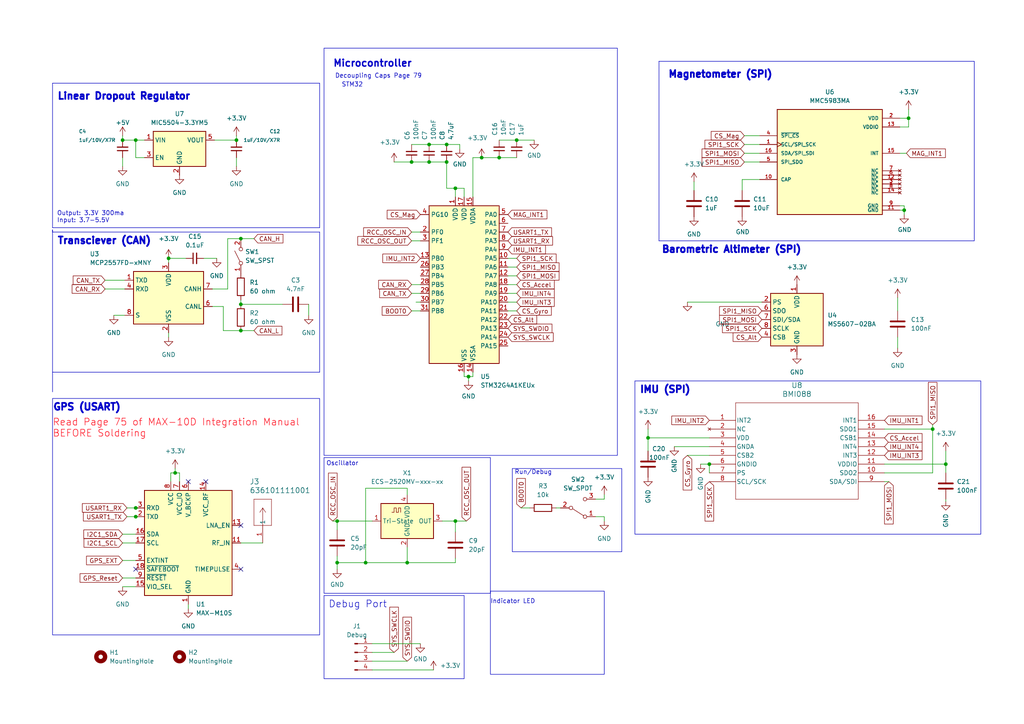
<source format=kicad_sch>
(kicad_sch (version 20230121) (generator eeschema)
  (paper "A4")
  (lib_symbols
    (symbol "+3.3V_1" (power) (pin_names (offset 0))
      (property "Value" "+3.3V_1" (at 0 3.556 0))
      (symbol "+3.3V_1_1_1"
        (pin power_in line (at 0 0 90) (length 0) hide (name "+3.3V") (number "1"))
      )
    )
    (symbol "+3.3V_2" (power) (pin_names (offset 0))
      (property "Value" "+3.3V_2" (at 0 3.556 0))
      (symbol "+3.3V_2_1_1"
        (pin power_in line (at 0 0 90) (length 0) hide (name "+3.3V") (number "1"))
      )
    )
    (symbol "BMI088_1" (pin_names (offset 0.254))
      (property "Reference" "U" (at 25.4 10.16 0))
      (property "Value" "BMI088" (at 25.4 7.62 0))
      (symbol "BMI088_1_0_1"
        (pin bidirectional line (at 0 0 0) (length 7.62) (name "INT2") (number "1"))
        (pin bidirectional line (at 50.8 -15.24 180) (length 7.62) (name "SDO2") (number "10"))
        (pin power_in line (at 50.8 -12.7 180) (length 7.62) (name "VDDIO") (number "11"))
        (pin bidirectional line (at 50.8 -10.16 180) (length 7.62) (name "INT3") (number "12"))
        (pin bidirectional line (at 50.8 -7.62 180) (length 7.62) (name "INT4") (number "13"))
        (pin bidirectional line (at 50.8 -5.08 180) (length 7.62) (name "CSB1") (number "14"))
        (pin bidirectional line (at 50.8 -2.54 180) (length 7.62) (name "SDO1") (number "15"))
        (pin bidirectional line (at 50.8 0 180) (length 7.62) (name "INT1") (number "16"))
        (pin no_connect line (at 0 -2.54 0) (length 7.62) (name "NC") (number "2"))
        (pin power_in line (at 0 -5.08 0) (length 7.62) (name "VDD") (number "3"))
        (pin power_out line (at 0 -7.62 0) (length 7.62) (name "GNDA") (number "4"))
        (pin bidirectional line (at 0 -10.16 0) (length 7.62) (name "CSB2") (number "5"))
        (pin power_out line (at 0 -12.7 0) (length 7.62) (name "GNDIO") (number "6"))
        (pin unspecified line (at 0 -15.24 0) (length 7.62) (name "PS") (number "7"))
        (pin unspecified line (at 0 -17.78 0) (length 7.62) (name "SCL/SCK") (number "8"))
        (pin unspecified line (at 50.8 -17.78 180) (length 7.62) (name "SDA/SDI") (number "9"))
      )
    )
    (symbol "Connector:Conn_01x04_Pin" (pin_names (offset 1.016) hide)
      (property "Reference" "J" (at 0 5.08 0))
      (property "Value" "Conn_01x04_Pin" (at 0 -7.62 0))
      (symbol "Conn_01x04_Pin_1_1"
        (pin passive line (at 5.08 2.54 180) (length 3.81) (name "Pin_1") (number "1"))
        (pin passive line (at 5.08 0 180) (length 3.81) (name "Pin_2") (number "2"))
        (pin passive line (at 5.08 -2.54 180) (length 3.81) (name "Pin_3") (number "3"))
        (pin passive line (at 5.08 -5.08 180) (length 3.81) (name "Pin_4") (number "4"))
      )
    )
    (symbol "Device:C" (pin_numbers hide) (pin_names (offset 0.254))
      (property "Reference" "C" (at 0.635 2.54 0))
      (property "Value" "C" (at 0.635 -2.54 0))
      (symbol "C_1_1"
        (pin passive line (at 0 3.81 270) (length 2.794) (name "~") (number "1"))
        (pin passive line (at 0 -3.81 90) (length 2.794) (name "~") (number "2"))
      )
    )
    (symbol "Device:C_Small" (pin_numbers hide) (pin_names (offset 0.254) hide)
      (property "Reference" "C" (at 0.254 1.778 0))
      (property "Value" "C_Small" (at 0.254 -2.032 0))
      (symbol "C_Small_1_1"
        (pin passive line (at 0 2.54 270) (length 2.032) (name "~") (number "1"))
        (pin passive line (at 0 -2.54 90) (length 2.032) (name "~") (number "2"))
      )
    )
    (symbol "Device:R" (pin_numbers hide) (pin_names (offset 0))
      (property "Reference" "R" (at 2.032 0 90))
      (property "Value" "R" (at 0 0 90))
      (symbol "R_1_1"
        (pin passive line (at 0 3.81 270) (length 1.27) (name "~") (number "1"))
        (pin passive line (at 0 -3.81 90) (length 1.27) (name "~") (number "2"))
      )
    )
    (symbol "GND_1" (power) (pin_names (offset 0))
      (property "Value" "GND_1" (at 0 -3.81 0))
      (symbol "GND_1_1_1"
        (pin power_in line (at 0 0 270) (length 0) hide (name "GND") (number "1"))
      )
    )
    (symbol "Interface_CAN_LIN:MCP2557FD-xMNY"
      (property "Reference" "U" (at -10.16 10.16 0))
      (property "Value" "MCP2557FD-xMNY" (at 2.54 10.16 0))
      (symbol "MCP2557FD-xMNY_1_1"
        (pin input line (at -12.7 5.08 0) (length 2.54) (name "TXD") (number "1"))
        (pin power_in line (at 0 -10.16 90) (length 2.54) (name "VSS") (number "2"))
        (pin power_in line (at 0 10.16 270) (length 2.54) (name "VDD") (number "3"))
        (pin output line (at -12.7 2.54 0) (length 2.54) (name "RXD") (number "4"))
        (pin no_connect line (at -10.16 -2.54 0) (length 2.54) hide (name "NC") (number "5"))
        (pin bidirectional line (at 12.7 -2.54 180) (length 2.54) (name "CANL") (number "6"))
        (pin bidirectional line (at 12.7 2.54 180) (length 2.54) (name "CANH") (number "7"))
        (pin input line (at -12.7 -5.08 0) (length 2.54) (name "S") (number "8"))
        (pin passive line (at 0 -10.16 90) (length 2.54) hide (name "VSS") (number "9"))
      )
    )
    (symbol "MCU_ST_STM32G4:STM32G4A1KEUx"
      (property "Reference" "U" (at -10.16 24.13 0))
      (property "Value" "STM32G4A1KEUx" (at 5.08 24.13 0))
      (symbol "STM32G4A1KEUx_1_1"
        (pin power_in line (at -2.54 25.4 270) (length 2.54) (name "VDD") (number "1"))
        (pin bidirectional line (at 12.7 7.62 180) (length 2.54) (name "PA5") (number "10"))
        (pin bidirectional line (at 12.7 5.08 180) (length 2.54) (name "PA6") (number "11"))
        (pin bidirectional line (at 12.7 2.54 180) (length 2.54) (name "PA7") (number "12"))
        (pin bidirectional line (at -12.7 7.62 0) (length 2.54) (name "PB0") (number "13"))
        (pin power_in line (at 2.54 -25.4 90) (length 2.54) (name "VSSA") (number "14"))
        (pin power_in line (at 2.54 25.4 270) (length 2.54) (name "VDDA") (number "15"))
        (pin power_in line (at 0 -25.4 90) (length 2.54) (name "VSS") (number "16"))
        (pin power_in line (at 0 25.4 270) (length 2.54) (name "VDD") (number "17"))
        (pin bidirectional line (at 12.7 0 180) (length 2.54) (name "PA8") (number "18"))
        (pin bidirectional line (at 12.7 -2.54 180) (length 2.54) (name "PA9") (number "19"))
        (pin bidirectional line (at -12.7 15.24 0) (length 2.54) (name "PF0") (number "2"))
        (pin bidirectional line (at 12.7 -5.08 180) (length 2.54) (name "PA10") (number "20"))
        (pin bidirectional line (at 12.7 -7.62 180) (length 2.54) (name "PA11") (number "21"))
        (pin bidirectional line (at 12.7 -10.16 180) (length 2.54) (name "PA12") (number "22"))
        (pin bidirectional line (at 12.7 -12.7 180) (length 2.54) (name "PA13") (number "23"))
        (pin bidirectional line (at 12.7 -15.24 180) (length 2.54) (name "PA14") (number "24"))
        (pin bidirectional line (at 12.7 -17.78 180) (length 2.54) (name "PA15") (number "25"))
        (pin bidirectional line (at -12.7 5.08 0) (length 2.54) (name "PB3") (number "26"))
        (pin bidirectional line (at -12.7 2.54 0) (length 2.54) (name "PB4") (number "27"))
        (pin bidirectional line (at -12.7 0 0) (length 2.54) (name "PB5") (number "28"))
        (pin bidirectional line (at -12.7 -2.54 0) (length 2.54) (name "PB6") (number "29"))
        (pin bidirectional line (at -12.7 12.7 0) (length 2.54) (name "PF1") (number "3"))
        (pin bidirectional line (at -12.7 -5.08 0) (length 2.54) (name "PB7") (number "30"))
        (pin bidirectional line (at -12.7 -7.62 0) (length 2.54) (name "PB8") (number "31"))
        (pin passive line (at 0 -25.4 90) (length 2.54) hide (name "VSS") (number "32"))
        (pin passive line (at 0 -25.4 90) (length 2.54) hide (name "VSS") (number "33"))
        (pin bidirectional line (at -12.7 20.32 0) (length 2.54) (name "PG10") (number "4"))
        (pin bidirectional line (at 12.7 20.32 180) (length 2.54) (name "PA0") (number "5"))
        (pin bidirectional line (at 12.7 17.78 180) (length 2.54) (name "PA1") (number "6"))
        (pin bidirectional line (at 12.7 15.24 180) (length 2.54) (name "PA2") (number "7"))
        (pin bidirectional line (at 12.7 12.7 180) (length 2.54) (name "PA3") (number "8"))
        (pin bidirectional line (at 12.7 10.16 180) (length 2.54) (name "PA4") (number "9"))
      )
    )
    (symbol "MMC5983MA:MMC5983MA" (pin_names (offset 1.016))
      (property "Reference" "U?" (at 0 20.32 0))
      (property "Value" "MMC5983MA" (at 0 17.78 0))
      (symbol "MMC5983MA_0_0"
        (pin input clock (at -20.32 5.08 0) (length 5.08) (name "SCL/SPI_SCK") (number "1"))
        (pin passive line (at -20.32 -5.08 0) (length 5.08) (name "CAP") (number "10"))
        (pin power_in line (at 20.32 -13.97 180) (length 5.08) (name "GND") (number "11"))
        (pin no_connect line (at 20.32 -5.08 180) (length 5.08) (name "NC") (number "12"))
        (pin power_in line (at 20.32 10.16 180) (length 5.08) (name "VDDIO") (number "13"))
        (pin no_connect line (at 20.32 -8.89 180) (length 5.08) (name "NC") (number "14"))
        (pin output line (at 20.32 2.54 180) (length 5.08) (name "INT") (number "15"))
        (pin bidirectional line (at -20.32 2.54 0) (length 5.08) (name "SDA/SPI_SDI") (number "16"))
        (pin power_in line (at 20.32 12.7 180) (length 5.08) (name "VDD") (number "2"))
        (pin no_connect line (at 20.32 -6.35 180) (length 5.08) (name "NC") (number "3"))
        (pin input line (at -20.32 7.62 0) (length 5.08) (name "~{SPI_CS}") (number "4"))
        (pin output line (at -20.32 0 0) (length 5.08) (name "SPI_SDO") (number "5"))
        (pin no_connect line (at 20.32 -3.81 180) (length 5.08) (name "NC") (number "6"))
        (pin no_connect line (at 20.32 -2.54 180) (length 5.08) (name "NC") (number "7"))
        (pin no_connect line (at 20.32 -7.62 180) (length 5.08) (name "NC") (number "8"))
        (pin power_in line (at 20.32 -12.7 180) (length 5.08) (name "GND") (number "9"))
      )
    )
    (symbol "Mechanical:MountingHole" (pin_names (offset 1.016))
      (property "Reference" "H" (at 0 5.08 0))
      (property "Value" "MountingHole" (at 0 3.175 0))
    )
    (symbol "Oscillator:ECS-2520MV-xxx-xx"
      (property "Reference" "X" (at -5.08 6.35 0))
      (property "Value" "ECS-2520MV-xxx-xx" (at 1.27 -6.35 0))
      (symbol "ECS-2520MV-xxx-xx_1_1"
        (pin input line (at -10.16 0 0) (length 2.54) (name "Tri-State") (number "1"))
        (pin power_in line (at 0 -7.62 90) (length 2.54) (name "GND") (number "2"))
        (pin output line (at 10.16 0 180) (length 2.54) (name "OUT") (number "3"))
        (pin power_in line (at 0 7.62 270) (length 2.54) (name "VDD") (number "4"))
      )
    )
    (symbol "RF_GPS:MAX-M10S"
      (property "Reference" "U" (at -10.16 16.51 0))
      (property "Value" "MAX-M10S" (at 11.43 16.51 0))
      (symbol "MAX-M10S_1_1"
        (pin power_in line (at 0 -17.78 90) (length 2.54) (name "GND") (number "1"))
        (pin passive line (at 0 -17.78 90) (length 2.54) hide (name "GND") (number "10"))
        (pin input line (at 15.24 0 180) (length 2.54) (name "RF_IN") (number "11"))
        (pin passive line (at 0 -17.78 90) (length 2.54) hide (name "GND") (number "12"))
        (pin output line (at 15.24 5.08 180) (length 2.54) (name "LNA_EN") (number "13"))
        (pin power_out line (at 5.08 17.78 270) (length 2.54) (name "VCC_RF") (number "14"))
        (pin input line (at -15.24 -12.7 0) (length 2.54) (name "VIO_SEL") (number "15"))
        (pin bidirectional line (at -15.24 2.54 0) (length 2.54) (name "SDA") (number "16"))
        (pin input line (at -15.24 0 0) (length 2.54) (name "SCL") (number "17"))
        (pin input line (at -15.24 -7.62 0) (length 2.54) (name "~{SAFEBOOT}") (number "18"))
        (pin output line (at -15.24 7.62 0) (length 2.54) (name "TXD") (number "2"))
        (pin input line (at -15.24 10.16 0) (length 2.54) (name "RXD") (number "3"))
        (pin output line (at 15.24 -7.62 180) (length 2.54) (name "TIMEPULSE") (number "4"))
        (pin input line (at -15.24 -5.08 0) (length 2.54) (name "EXTINT") (number "5"))
        (pin power_in line (at 0 17.78 270) (length 2.54) (name "V_BCKP") (number "6"))
        (pin power_in line (at -2.54 17.78 270) (length 2.54) (name "VCC_IO") (number "7"))
        (pin power_in line (at -5.08 17.78 270) (length 2.54) (name "VCC") (number "8"))
        (pin input line (at -15.24 -10.16 0) (length 2.54) (name "~{RESET}") (number "9"))
      )
    )
    (symbol "Regulator_Linear:MIC5504-3.3YM5"
      (property "Reference" "U" (at -7.62 8.89 0))
      (property "Value" "MIC5504-3.3YM5" (at -7.62 6.35 0))
      (symbol "MIC5504-3.3YM5_1_1"
        (pin power_in line (at -10.16 2.54 0) (length 2.54) (name "VIN") (number "1"))
        (pin power_in line (at 0 -7.62 90) (length 2.54) (name "GND") (number "2"))
        (pin input line (at -10.16 -2.54 0) (length 2.54) (name "EN") (number "3"))
        (pin no_connect line (at 7.62 -2.54 180) (length 2.54) hide (name "NC") (number "4"))
        (pin power_out line (at 10.16 2.54 180) (length 2.54) (name "VOUT") (number "5"))
      )
    )
    (symbol "Sensor_Pressure:MS5607-02BA"
      (property "Reference" "U" (at -6.35 8.89 0))
      (property "Value" "MS5607-02BA" (at 7.62 8.89 0))
      (symbol "MS5607-02BA_1_1"
        (pin power_in line (at 0 10.16 270) (length 2.54) (name "VDD") (number "1"))
        (pin input line (at -10.16 5.08 0) (length 2.54) (name "PS") (number "2"))
        (pin power_in line (at 0 -10.16 90) (length 2.54) (name "GND") (number "3"))
        (pin input line (at -10.16 -5.08 0) (length 2.54) (name "CSB") (number "4"))
        (pin input line (at -10.16 -5.08 0) (length 2.54) hide (name "CSB") (number "5"))
        (pin output line (at -10.16 2.54 0) (length 2.54) (name "SDO") (number "6"))
        (pin bidirectional line (at -10.16 0 0) (length 2.54) (name "SDI/SDA") (number "7"))
        (pin input line (at -10.16 -2.54 0) (length 2.54) (name "SCLK") (number "8"))
      )
    )
    (symbol "Switch:SW_SPDT" (pin_names (offset 0) hide)
      (property "Reference" "SW" (at 0 4.318 0))
      (property "Value" "SW_SPDT" (at 0 -5.08 0))
      (symbol "SW_SPDT_1_1"
        (pin passive line (at 5.08 2.54 180) (length 2.54) (name "A") (number "1"))
        (pin passive line (at -5.08 0 0) (length 2.54) (name "B") (number "2"))
        (pin passive line (at 5.08 -2.54 180) (length 2.54) (name "C") (number "3"))
      )
    )
    (symbol "Switch:SW_SPST" (pin_names (offset 0) hide)
      (property "Reference" "SW" (at 0 3.175 0))
      (property "Value" "SW_SPST" (at 0 -2.54 0))
      (symbol "SW_SPST_1_1"
        (pin passive line (at -5.08 0 0) (length 2.54) (name "A") (number "1"))
        (pin passive line (at 5.08 0 180) (length 2.54) (name "B") (number "2"))
      )
    )
    (symbol "Terminal Block Horizontal:1824543" (pin_names (offset 1.016))
      (property "Reference" "J" (at -5.08 5.842 0))
      (property "Value" "1824543" (at -5.08 -10.16 0))
      (symbol "1824543_0_0"
        (pin passive line (at -10.16 2.54 0) (length 5.08) (name "1") (number "1"))
        (pin passive line (at -10.16 2.54 0) (length 5.08) (name "1") (number "1_1"))
        (pin passive line (at -10.16 0 0) (length 5.08) (name "2") (number "2"))
        (pin passive line (at -10.16 -2.54 0) (length 5.08) (name "3") (number "3"))
        (pin passive line (at -10.16 -5.08 0) (length 5.08) (name "4") (number "4"))
        (pin passive line (at -10.16 -5.08 0) (length 5.08) (name "4") (number "4_1"))
      )
    )
    (symbol "UM Antenna:636101111001" (pin_names (offset 0.254))
      (property "Reference" "J" (at 8.89 6.35 0))
      (property "Value" "636101111001" (at 0 0 0))
      (symbol "636101111001_1_1"
        (pin unspecified line (at 0 0 0) (length 5.08) (name "1") (number "1"))
      )
      (symbol "636101111001_1_2"
        (pin unspecified line (at 0 0 0) (length 5.08) (name "1") (number "1"))
      )
    )
    (symbol "power:+3.3V" (power) (pin_names (offset 0))
      (property "Value" "+3.3V" (at 0 3.556 0))
      (symbol "+3.3V_1_1"
        (pin power_in line (at 0 0 90) (length 0) hide (name "+3.3V") (number "1"))
      )
    )
    (symbol "power:+5V" (power) (pin_names (offset 0))
      (property "Value" "+5V" (at 0 3.556 0))
      (symbol "+5V_1_1"
        (pin power_in line (at 0 0 90) (length 0) hide (name "+5V") (number "1"))
      )
    )
    (symbol "power:GND" (power) (pin_names (offset 0))
      (property "Value" "GND" (at 0 -3.81 0))
      (symbol "GND_1_1"
        (pin power_in line (at 0 0 270) (length 0) hide (name "GND") (number "1"))
      )
    )
  )
  (junction (at 205.74 134.62))
  (junction (at 119.38 46.99))
  (junction (at 139.7 45.72))
  (junction (at 68.58 40.64))
  (junction (at 129.54 41.91))
  (junction (at 124.46 41.91))
  (junction (at 262.255 60.96))
  (junction (at 132.08 54.61))
  (junction (at 50.8 137.16))
  (junction (at 69.85 88.265))
  (junction (at 39.37 149.86))
  (junction (at 149.86 40.64))
  (junction (at 124.46 46.99))
  (junction (at 69.85 69.215))
  (junction (at 129.54 46.99))
  (junction (at 135.89 109.22))
  (junction (at 187.96 127))
  (junction (at 97.79 151.13))
  (junction (at 39.37 147.32))
  (junction (at 39.37 40.64))
  (junction (at 35.56 40.64))
  (junction (at 48.895 74.93))
  (junction (at 97.79 163.195))
  (junction (at 132.08 151.13))
  (junction (at 263.525 34.29))
  (junction (at 274.32 134.62))
  (junction (at 118.11 163.195))
  (junction (at 69.85 95.885))
  (junction (at 270.51 124.46))
  (junction (at 144.78 45.72))
  (junction (at 106.045 163.195))
  (no_connect (at 69.85 165.1))
  (no_connect (at 39.37 165.1))
  (no_connect (at 69.85 152.4))
  (no_connect (at 59.69 139.7))
  (no_connect (at 54.61 139.7))
  (wire (pts (xy 149.86 85.09) (xy 147.32 85.09)))
  (wire (pts (xy 68.58 223.52) (xy 71.12 223.52)))
  (wire (pts (xy 134.62 109.22) (xy 135.89 109.22)))
  (wire (pts (xy 64.77 95.885) (xy 69.85 95.885)))
  (polyline (pts (xy 15.24 24.13) (xy 15.24 66.04)))
  (polyline (pts (xy 15.24 66.675) (xy 15.24 67.31)))
  (wire (pts (xy 81.915 88.265) (xy 69.85 88.265)))
  (wire (pts (xy 64.77 88.9) (xy 64.77 95.885)))
  (wire (pts (xy 35.56 154.94) (xy 39.37 154.94)))
  (wire (pts (xy 121.92 85.09) (xy 119.38 85.09)))
  (wire (pts (xy 89.535 91.44) (xy 89.535 88.265)))
  (wire (pts (xy 53.975 74.93) (xy 48.895 74.93)))
  (wire (pts (xy 128.27 151.13) (xy 132.08 151.13)))
  (wire (pts (xy 69.85 69.215) (xy 73.66 69.215)))
  (wire (pts (xy 256.54 134.62) (xy 274.32 134.62)))
  (wire (pts (xy 66.04 69.215) (xy 69.85 69.215)))
  (wire (pts (xy 68.58 40.64) (xy 62.23 40.64)))
  (wire (pts (xy 35.56 40.64) (xy 39.37 40.64)))
  (wire (pts (xy 97.79 163.195) (xy 106.045 163.195)))
  (wire (pts (xy 35.56 170.18) (xy 39.37 170.18)))
  (wire (pts (xy 39.37 149.86) (xy 40.005 149.86)))
  (wire (pts (xy 175.26 144.78) (xy 172.72 144.78)))
  (wire (pts (xy 175.26 143.51) (xy 175.26 144.78)))
  (wire (pts (xy 48.895 74.93) (xy 48.895 76.2)))
  (wire (pts (xy 54.61 176.53) (xy 54.61 175.26)))
  (wire (pts (xy 132.08 54.61) (xy 134.62 54.61)))
  (wire (pts (xy 195.58 129.54) (xy 205.74 129.54)))
  (wire (pts (xy 105.41 226.06) (xy 110.49 226.06)))
  (wire (pts (xy 149.86 90.17) (xy 147.32 90.17)))
  (wire (pts (xy 149.86 87.63) (xy 147.32 87.63)))
  (wire (pts (xy 39.37 147.32) (xy 40.005 147.32)))
  (wire (pts (xy 119.38 41.91) (xy 124.46 41.91)))
  (polyline (pts (xy 92.71 67.31) (xy 15.24 67.31)))
  (wire (pts (xy 134.62 107.95) (xy 134.62 109.22)))
  (wire (pts (xy 262.89 44.45) (xy 260.985 44.45)))
  (wire (pts (xy 274.32 144.78) (xy 274.32 145.415)))
  (wire (pts (xy 119.38 67.31) (xy 121.92 67.31)))
  (wire (pts (xy 149.86 40.64) (xy 154.94 40.64)))
  (wire (pts (xy 50.8 135.89) (xy 50.8 137.16)))
  (wire (pts (xy 137.16 45.72) (xy 139.7 45.72)))
  (wire (pts (xy 35.56 48.26) (xy 35.56 45.72)))
  (wire (pts (xy 144.78 45.72) (xy 149.86 45.72)))
  (wire (pts (xy 132.08 57.15) (xy 132.08 54.61)))
  (wire (pts (xy 256.54 137.16) (xy 270.51 137.16)))
  (wire (pts (xy 69.85 86.995) (xy 69.85 88.265)))
  (wire (pts (xy 35.56 157.48) (xy 39.37 157.48)))
  (wire (pts (xy 120.65 87.63) (xy 121.92 87.63)))
  (wire (pts (xy 187.96 124.46) (xy 187.96 127)))
  (polyline (pts (xy 191.135 17.78) (xy 191.135 69.85)))
  (wire (pts (xy 129.54 46.99) (xy 129.54 54.61)))
  (wire (pts (xy 118.11 163.195) (xy 118.11 158.75)))
  (wire (pts (xy 260.985 59.69) (xy 262.255 59.69)))
  (wire (pts (xy 30.48 83.82) (xy 36.195 83.82)))
  (wire (pts (xy 119.38 82.55) (xy 121.92 82.55)))
  (wire (pts (xy 114.3 189.23) (xy 107.95 189.23)))
  (wire (pts (xy 49.53 139.7) (xy 49.53 137.16)))
  (wire (pts (xy 52.07 137.16) (xy 52.07 139.7)))
  (wire (pts (xy 69.85 157.48) (xy 76.2 157.48)))
  (wire (pts (xy 151.13 147.32) (xy 153.67 147.32)))
  (wire (pts (xy 68.58 220.98) (xy 71.12 220.98)))
  (wire (pts (xy 121.92 186.69) (xy 107.95 186.69)))
  (wire (pts (xy 144.78 40.64) (xy 149.86 40.64)))
  (wire (pts (xy 107.95 223.52) (xy 110.49 223.52)))
  (wire (pts (xy 61.595 83.82) (xy 66.04 83.82)))
  (wire (pts (xy 161.29 147.32) (xy 162.56 147.32)))
  (wire (pts (xy 257.81 139.7) (xy 256.54 139.7)))
  (wire (pts (xy 39.37 45.72) (xy 39.37 40.64)))
  (wire (pts (xy 215.9 39.37) (xy 220.345 39.37)))
  (wire (pts (xy 124.46 41.91) (xy 129.54 41.91)))
  (wire (pts (xy 105.41 218.44) (xy 110.49 218.44)))
  (wire (pts (xy 36.83 149.86) (xy 39.37 149.86)))
  (wire (pts (xy 149.86 77.47) (xy 147.32 77.47)))
  (wire (pts (xy 97.79 165.1) (xy 97.79 163.195)))
  (wire (pts (xy 62.865 74.93) (xy 59.055 74.93)))
  (wire (pts (xy 172.72 149.86) (xy 175.26 149.86)))
  (wire (pts (xy 114.3 46.99) (xy 119.38 46.99)))
  (polyline (pts (xy 15.24 24.13) (xy 92.71 24.13)))
  (polyline (pts (xy 92.71 66.04) (xy 15.24 66.04)))
  (polyline (pts (xy 15.24 66.675) (xy 15.24 113.665)))
  (wire (pts (xy 129.54 41.91) (xy 133.35 41.91)))
  (wire (pts (xy 132.08 161.925) (xy 132.08 163.195)))
  (wire (pts (xy 133.35 43.18) (xy 133.35 41.91)))
  (wire (pts (xy 97.79 151.13) (xy 107.95 151.13)))
  (wire (pts (xy 149.86 82.55) (xy 147.32 82.55)))
  (wire (pts (xy 35.56 167.64) (xy 39.37 167.64)))
  (wire (pts (xy 119.38 69.85) (xy 121.92 69.85)))
  (polyline (pts (xy 191.135 69.85) (xy 282.575 69.85)))
  (wire (pts (xy 270.51 123.19) (xy 270.51 124.46)))
  (wire (pts (xy 33.02 91.44) (xy 36.195 91.44)))
  (wire (pts (xy 137.16 45.72) (xy 137.16 57.15)))
  (wire (pts (xy 220.345 52.07) (xy 215.265 52.07)))
  (wire (pts (xy 36.83 147.32) (xy 39.37 147.32)))
  (wire (pts (xy 35.56 162.56) (xy 39.37 162.56)))
  (wire (pts (xy 118.11 143.51) (xy 118.11 141.605)))
  (wire (pts (xy 149.86 80.01) (xy 147.32 80.01)))
  (polyline (pts (xy 92.71 107.95) (xy 92.71 67.31)))
  (wire (pts (xy 260.35 97.79) (xy 260.35 100.965)))
  (wire (pts (xy 262.255 60.96) (xy 262.255 62.23)))
  (wire (pts (xy 134.62 54.61) (xy 134.62 57.15)))
  (polyline (pts (xy 282.575 69.85) (xy 282.575 17.78)))
  (wire (pts (xy 256.54 124.46) (xy 270.51 124.46)))
  (wire (pts (xy 106.045 141.605) (xy 106.045 163.195)))
  (wire (pts (xy 144.78 45.72) (xy 139.7 45.72)))
  (wire (pts (xy 270.51 124.46) (xy 270.51 137.16)))
  (wire (pts (xy 149.86 74.93) (xy 147.32 74.93)))
  (polyline (pts (xy 282.575 17.78) (xy 191.135 17.78)))
  (wire (pts (xy 69.85 95.885) (xy 73.66 95.885)))
  (wire (pts (xy 97.79 153.67) (xy 97.79 151.13)))
  (polyline (pts (xy 15.24 107.95) (xy 92.71 107.95)))
  (wire (pts (xy 49.53 137.16) (xy 50.8 137.16)))
  (wire (pts (xy 66.04 69.215) (xy 66.04 83.82)))
  (wire (pts (xy 35.56 40.64) (xy 35.56 39.37)))
  (wire (pts (xy 260.985 60.96) (xy 262.255 60.96)))
  (wire (pts (xy 129.54 54.61) (xy 132.08 54.61)))
  (wire (pts (xy 215.265 52.07) (xy 215.265 55.245)))
  (polyline (pts (xy 92.71 24.13) (xy 92.71 66.04)))
  (wire (pts (xy 107.95 220.98) (xy 110.49 220.98)))
  (wire (pts (xy 48.895 97.79) (xy 48.895 96.52)))
  (wire (pts (xy 118.11 141.605) (xy 106.045 141.605)))
  (wire (pts (xy 67.31 226.06) (xy 71.12 226.06)))
  (wire (pts (xy 39.37 40.64) (xy 41.91 40.64)))
  (wire (pts (xy 119.38 46.99) (xy 124.46 46.99)))
  (wire (pts (xy 119.38 90.17) (xy 121.92 90.17)))
  (wire (pts (xy 135.89 109.22) (xy 137.16 109.22)))
  (wire (pts (xy 118.11 191.77) (xy 107.95 191.77)))
  (wire (pts (xy 215.9 44.45) (xy 220.345 44.45)))
  (wire (pts (xy 215.9 41.91) (xy 220.345 41.91)))
  (wire (pts (xy 201.295 52.705) (xy 201.295 55.245)))
  (wire (pts (xy 135.89 110.49) (xy 135.89 109.22)))
  (wire (pts (xy 274.32 134.62) (xy 274.32 137.16)))
  (wire (pts (xy 260.985 34.29) (xy 263.525 34.29)))
  (wire (pts (xy 203.2 134.62) (xy 205.74 134.62)))
  (wire (pts (xy 274.32 130.81) (xy 274.32 134.62)))
  (wire (pts (xy 260.985 36.83) (xy 263.525 36.83)))
  (wire (pts (xy 260.35 86.36) (xy 260.35 90.17)))
  (wire (pts (xy 187.96 127) (xy 187.96 130.81)))
  (wire (pts (xy 263.525 34.29) (xy 263.525 36.83)))
  (wire (pts (xy 199.39 132.08) (xy 205.74 132.08)))
  (wire (pts (xy 125.73 194.31) (xy 107.95 194.31)))
  (wire (pts (xy 97.79 161.29) (xy 97.79 163.195)))
  (wire (pts (xy 124.46 46.99) (xy 129.54 46.99)))
  (wire (pts (xy 199.39 87.63) (xy 220.98 87.63)))
  (wire (pts (xy 132.08 163.195) (xy 118.11 163.195)))
  (wire (pts (xy 132.08 151.13) (xy 132.08 154.305)))
  (wire (pts (xy 263.525 31.75) (xy 263.525 34.29)))
  (wire (pts (xy 96.52 151.13) (xy 97.79 151.13)))
  (wire (pts (xy 137.16 109.22) (xy 137.16 107.95)))
  (wire (pts (xy 67.31 218.44) (xy 71.12 218.44)))
  (wire (pts (xy 68.58 40.64) (xy 68.58 39.37)))
  (wire (pts (xy 30.48 81.28) (xy 36.195 81.28)))
  (wire (pts (xy 106.045 163.195) (xy 118.11 163.195)))
  (wire (pts (xy 41.91 45.72) (xy 39.37 45.72)))
  (wire (pts (xy 187.96 127) (xy 205.74 127)))
  (wire (pts (xy 175.26 149.86) (xy 175.26 151.13)))
  (wire (pts (xy 135.255 151.13) (xy 132.08 151.13)))
  (wire (pts (xy 50.8 137.16) (xy 52.07 137.16)))
  (wire (pts (xy 215.9 46.99) (xy 220.345 46.99)))
  (wire (pts (xy 262.255 59.69) (xy 262.255 60.96)))
  (wire (pts (xy 61.595 88.9) (xy 64.77 88.9)))
  (wire (pts (xy 68.58 48.26) (xy 68.58 45.72)))
  (wire (pts (xy 205.74 134.62) (xy 205.74 137.16)))
  (rectangle (start 93.98 132.715) (end 142.24 172.085))
  (rectangle (start 93.98 13.97) (end 179.07 132.08))
  (rectangle (start 148.59 135.89) (end 180.34 160.02))
  (rectangle (start 93.98 172.72) (end 134.62 196.85))
  (rectangle (start 184.15 110.49) (end 284.48 154.94))
  (rectangle (start 142.24 171.45) (end 175.26 195.58))
  (rectangle (start 15.24 115.57) (end 92.71 184.15))
  (text "Microcontroller" (at 96.52 19.685 0) (effects (font (size 2 2) (thickness 0.4) bold) (justify left bottom)))
  (text "Output: 3.3V 300ma \nInput: 3.7-5.5V \n" (at 16.51 64.77 0) (effects (font (size 1.27 1.27)) (justify left bottom)))
  (text "Read Page 75 of MAX-10D Integration Manual \nBEFORE Soldering" (at 15.24 127 0) (effects (font (size 2 2)) (justify left bottom)))
  (text "Magnetometer (SPI)\n" (at 193.675 22.86 0) (effects (font (size 2 2) (thickness 0.6) bold) (justify left bottom)))
  (text "Linear Dropout Regulator" (at 16.51 29.21 0) (effects (font (size 2 2) (thickness 0.6) bold) (justify left bottom)))
  (text "Debug Port" (at 95.25 176.53 0) (effects (font (size 2 2)) (justify left bottom)))
  (text "Indicator LED\n" (at 142.24 175.26 0) (effects (font (size 1.27 1.27)) (justify left bottom)))
  (text "Decoupling Caps Page 79\n" (at 97.155 22.86 0) (effects (font (size 1.27 1.27)) (justify left bottom)))
  (text "Oscillator" (at 94.615 135.255 0) (effects (font (size 1.27 1.27)) (justify left bottom)))
  (text "Run/Debug" (at 149.225 137.795 0) (effects (font (size 1.27 1.27)) (justify left bottom)))
  (text "GPS (USART)\n" (at 15.24 119.38 0) (effects (font (size 2 2) (thickness 0.6) bold) (justify left bottom)))
  (text "Transciever (CAN)\n" (at 16.51 71.12 0) (effects (font (size 2 2) (thickness 0.6) bold) (justify left bottom)))
  (text "STM32" (at 99.06 25.4 0) (effects (font (size 1.27 1.27)) (justify left bottom)))
  (text "Barometric Altimeter (SPI)\n" (at 191.77 73.66 0) (effects (font (size 2 2) (thickness 0.6) bold) (justify left bottom)))
  (text "IMU (SPI)\n" (at 185.42 114.3 0) (effects (font (size 2 2) (thickness 0.6) bold) (justify left bottom)))
  (global_label "SYS_SWCLK" (shape input) (at 114.3 189.23 90) (property "Intersheetrefs" "${INTERSHEET_REFS}" (effects hide)))
  (global_label "IMU_INT1" (shape input) (at 147.32 72.39 0) (property "Intersheetrefs" "${INTERSHEET_REFS}" (effects hide)))
  (global_label "CS_Alt" (shape input) (at 147.32 92.71 0) (property "Intersheetrefs" "${INTERSHEET_REFS}" (effects hide)))
  (global_label "CS_Accel" (shape input) (at 256.54 127 0) (property "Intersheetrefs" "${INTERSHEET_REFS}" (effects hide)))
  (global_label "CAN_L" (shape input) (at 107.95 220.98 180) (property "Intersheetrefs" "${INTERSHEET_REFS}" (effects hide)))
  (global_label "SYS_SWCLK" (shape input) (at 147.32 97.79 0) (property "Intersheetrefs" "${INTERSHEET_REFS}" (effects hide)))
  (global_label "CAN_L" (shape input) (at 68.58 223.52 180) (property "Intersheetrefs" "${INTERSHEET_REFS}" (effects hide)))
  (global_label "SPI1_MISO" (shape input) (at 215.9 46.99 180) (property "Intersheetrefs" "${INTERSHEET_REFS}" (effects hide)))
  (global_label "SPI1_MOSI" (shape input) (at 215.9 44.45 180) (property "Intersheetrefs" "${INTERSHEET_REFS}" (effects hide)))
  (global_label "CAN_TX" (shape input) (at 119.38 85.09 180) (property "Intersheetrefs" "${INTERSHEET_REFS}" (effects hide)))
  (global_label "SPI1_MISO" (shape input) (at 270.51 123.19 90) (property "Intersheetrefs" "${INTERSHEET_REFS}" (effects hide)))
  (global_label "GPS_Reset" (shape input) (at 35.56 167.64 180) (property "Intersheetrefs" "${INTERSHEET_REFS}" (effects hide)))
  (global_label "USART1_RX" (shape input) (at 36.83 147.32 180) (property "Intersheetrefs" "${INTERSHEET_REFS}" (effects hide)))
  (global_label "SPI1_MISO" (shape input) (at 149.86 77.47 0) (property "Intersheetrefs" "${INTERSHEET_REFS}" (effects hide)))
  (global_label "RCC_OSC_OUT" (shape input) (at 119.38 69.85 180) (property "Intersheetrefs" "${INTERSHEET_REFS}" (effects hide)))
  (global_label "IMU_INT2" (shape input) (at 205.74 121.92 180) (property "Intersheetrefs" "${INTERSHEET_REFS}" (effects hide)))
  (global_label "MAG_INT1" (shape input) (at 147.32 62.23 0) (property "Intersheetrefs" "${INTERSHEET_REFS}" (effects hide)))
  (global_label "CS_Alt" (shape input) (at 220.98 97.79 180) (property "Intersheetrefs" "${INTERSHEET_REFS}" (effects hide)))
  (global_label "IMU_INT4" (shape input) (at 256.54 129.54 0) (property "Intersheetrefs" "${INTERSHEET_REFS}" (effects hide)))
  (global_label "SPI1_MOSI" (shape input) (at 220.98 92.71 180) (property "Intersheetrefs" "${INTERSHEET_REFS}" (effects hide)))
  (global_label "CAN_L" (shape input) (at 73.66 95.885 0) (property "Intersheetrefs" "${INTERSHEET_REFS}" (effects hide)))
  (global_label "CAN_RX" (shape input) (at 30.48 83.82 180) (property "Intersheetrefs" "${INTERSHEET_REFS}" (effects hide)))
  (global_label "SPI1_SCK" (shape input) (at 149.86 74.93 0) (property "Intersheetrefs" "${INTERSHEET_REFS}" (effects hide)))
  (global_label "CS_Accel" (shape input) (at 149.86 82.55 0) (property "Intersheetrefs" "${INTERSHEET_REFS}" (effects hide)))
  (global_label "USART1_TX" (shape input) (at 36.83 149.86 180) (property "Intersheetrefs" "${INTERSHEET_REFS}" (effects hide)))
  (global_label "USART1_TX" (shape input) (at 147.32 67.31 0) (property "Intersheetrefs" "${INTERSHEET_REFS}" (effects hide)))
  (global_label "RCC_OSC_IN" (shape input) (at 96.52 151.13 90) (property "Intersheetrefs" "${INTERSHEET_REFS}" (effects hide)))
  (global_label "CAN_RX" (shape input) (at 119.38 82.55 180) (property "Intersheetrefs" "${INTERSHEET_REFS}" (effects hide)))
  (global_label "CAN_H" (shape input) (at 73.66 69.215 0) (property "Intersheetrefs" "${INTERSHEET_REFS}" (effects hide)))
  (global_label "CAN_TX" (shape input) (at 30.48 81.28 180) (property "Intersheetrefs" "${INTERSHEET_REFS}" (effects hide)))
  (global_label "IMU_INT2" (shape input) (at 121.92 74.93 180) (property "Intersheetrefs" "${INTERSHEET_REFS}" (effects hide)))
  (global_label "IMU_INT3" (shape input) (at 149.86 87.63 0) (property "Intersheetrefs" "${INTERSHEET_REFS}" (effects hide)))
  (global_label "RCC_OSC_IN" (shape input) (at 119.38 67.31 180) (property "Intersheetrefs" "${INTERSHEET_REFS}" (effects hide)))
  (global_label "SPI1_SCK" (shape input) (at 215.9 41.91 180) (property "Intersheetrefs" "${INTERSHEET_REFS}" (effects hide)))
  (global_label "IMU_INT3" (shape input) (at 256.54 132.08 0) (property "Intersheetrefs" "${INTERSHEET_REFS}" (effects hide)))
  (global_label "CS_Gyro" (shape input) (at 149.86 90.17 0) (property "Intersheetrefs" "${INTERSHEET_REFS}" (effects hide)))
  (global_label "SPI1_MOSI" (shape input) (at 149.86 80.01 0) (property "Intersheetrefs" "${INTERSHEET_REFS}" (effects hide)))
  (global_label "GPS_EXT" (shape input) (at 35.56 162.56 180) (property "Intersheetrefs" "${INTERSHEET_REFS}" (effects hide)))
  (global_label "SPI1_MISO" (shape input) (at 220.98 90.17 180) (property "Intersheetrefs" "${INTERSHEET_REFS}" (effects hide)))
  (global_label "SYS_SWDIO" (shape input) (at 147.32 95.25 0) (property "Intersheetrefs" "${INTERSHEET_REFS}" (effects hide)))
  (global_label "I2C1_SCL" (shape input) (at 35.56 157.48 180) (property "Intersheetrefs" "${INTERSHEET_REFS}" (effects hide)))
  (global_label "MAG_INT1" (shape input) (at 262.89 44.45 0) (property "Intersheetrefs" "${INTERSHEET_REFS}" (effects hide)))
  (global_label "SYS_SWDIO" (shape input) (at 118.11 191.77 90) (property "Intersheetrefs" "${INTERSHEET_REFS}" (effects hide)))
  (global_label "CAN_H" (shape input) (at 107.95 223.52 180) (property "Intersheetrefs" "${INTERSHEET_REFS}" (effects hide)))
  (global_label "CS_Mag" (shape input) (at 121.92 62.23 180) (property "Intersheetrefs" "${INTERSHEET_REFS}" (effects hide)))
  (global_label "BOOT0" (shape input) (at 151.13 147.32 90) (property "Intersheetrefs" "${INTERSHEET_REFS}" (effects hide)))
  (global_label "CAN_H" (shape input) (at 68.58 220.98 180) (property "Intersheetrefs" "${INTERSHEET_REFS}" (effects hide)))
  (global_label "SPI1_SCK" (shape input) (at 205.74 139.7 270) (property "Intersheetrefs" "${INTERSHEET_REFS}" (effects hide)))
  (global_label "SPI1_SCK" (shape input) (at 220.98 95.25 180) (property "Intersheetrefs" "${INTERSHEET_REFS}" (effects hide)))
  (global_label "SPI1_MOSI" (shape input) (at 257.81 139.7 270) (property "Intersheetrefs" "${INTERSHEET_REFS}" (effects hide)))
  (global_label "I2C1_SDA" (shape input) (at 35.56 154.94 180) (property "Intersheetrefs" "${INTERSHEET_REFS}" (effects hide)))
  (global_label "IMU_INT1" (shape input) (at 256.54 121.92 0) (property "Intersheetrefs" "${INTERSHEET_REFS}" (effects hide)))
  (global_label "USART1_RX" (shape input) (at 147.32 69.85 0) (property "Intersheetrefs" "${INTERSHEET_REFS}" (effects hide)))
  (global_label "BOOT0" (shape input) (at 119.38 90.17 180) (property "Intersheetrefs" "${INTERSHEET_REFS}" (effects hide)))
  (global_label "CS_Gyro" (shape input) (at 199.39 132.08 270) (property "Intersheetrefs" "${INTERSHEET_REFS}" (effects hide)))
  (global_label "IMU_INT4" (shape input) (at 149.86 85.09 0) (property "Intersheetrefs" "${INTERSHEET_REFS}" (effects hide)))
  (global_label "CS_Mag" (shape input) (at 215.9 39.37 180) (property "Intersheetrefs" "${INTERSHEET_REFS}" (effects hide)))
  (global_label "RCC_OSC_OUT" (shape input) (at 135.255 151.13 90) (property "Intersheetrefs" "${INTERSHEET_REFS}" (effects hide)))
  (symbol (lib_id "Terminal Block Horizontal:1824543") (at 120.65 220.98 0) (unit 1)
    (property "Reference" "J4" (at 127 220.98 0) (effects (justify left)))
    (property "Value" "Out" (at 127 223.52 0) (effects (justify left)))
    (property "Footprint" "Terminal Block Horizontal:PHOENIX_1824543" (effects hide))
    (property "DigiKey_Part_Number" "277-11572-2-ND" (effects hide))
    (property "MF" "Phoenix Contact" (effects hide))
    (property "MAXIMUM_PACKAGE_HEIGHT" "7.85 mm" (effects hide))
    (property "Package" "None" (effects hide))
    (property "Check_prices" "https://www.snapeda.com/parts/1824543/Phoenix+Contact/view-part/?ref=eda" (effects hide))
    (property "STANDARD" "Manufacturer Recommendations" (effects hide))
    (property "PARTREV" "N/A" (effects hide))
    (property "SnapEDA_Link" "https://www.snapeda.com/parts/1824543/Phoenix+Contact/view-part/?ref=snap" (effects hide))
    (property "MP" "1824543" (effects hide))
    (property "Purchase-URL" "https://www.snapeda.com/api/url_track_click_mouser/?unipart_id=2782095&manufacturer=Phoenix Contact&part_name=1824543&search_term=None" (effects hide))
    (property "Description" "\nPCB Terminal Push-In 3.5mm 16AWG 160V 13.5A 4 Position Combicon Control Series | Phoenix Contact 1824543\n" (effects hide))
    (property "MANUFACTURER" "Phoenix Contact" (effects hide))
  )
  (symbol (lib_id "power:GND") (at 260.35 100.965 0) (unit 1)
    (property "Reference" "#PWR031" (effects hide))
    (property "Value" "GND" (at 260.35 106.045 0))
  )
  (symbol (lib_id "Device:C_Small") (at 56.515 74.93 90) (unit 1)
    (property "Reference" "C15" (at 56.5213 68.58 90))
    (property "Value" "0.1uF" (at 56.5213 71.12 90))
    (property "Footprint" "Capacitor_SMD:C_0402_1005Metric" (effects hide))
  )
  (symbol (lib_id "power:+3.3V") (at 48.895 74.93 0) (unit 1)
    (property "Reference" "#PWR05" (effects hide))
    (property "Value" "+3.3V" (at 48.895 69.215 0))
  )
  (symbol (lib_id "power:GND") (at 199.39 87.63 0) (unit 1)
    (property "Reference" "#PWR020" (effects hide))
    (property "Value" "GND" (at 209.55 93.98 0))
  )
  (symbol (lib_id "power:+3.3V") (at 187.96 124.46 0) (mirror y) (unit 1)
    (property "Reference" "#PWR041" (effects hide))
    (property "Value" "+3.3V" (at 187.96 119.38 0))
  )
  (symbol (lib_id "Device:C") (at 201.295 59.055 0) (unit 1)
    (property "Reference" "C10" (at 204.47 57.7849 0) (effects (justify left)))
    (property "Value" "1uF" (at 204.47 60.3249 0) (effects (justify left)))
    (property "Footprint" "Capacitor_SMD:C_0402_1005Metric" (effects hide))
  )
  (symbol (lib_id "Device:C_Small") (at 119.38 44.45 180) (unit 1)
    (property "Reference" "C6" (at 118.11 40.64 90) (effects (justify right)))
    (property "Value" "100nF" (at 120.65 40.64 90) (effects (justify right)))
    (property "Footprint" "Capacitor_SMD:C_0402_1005Metric" (effects hide))
  )
  (symbol (lib_id "power:GND") (at 33.02 91.44 0) (unit 1)
    (property "Reference" "#PWR03" (effects hide))
    (property "Value" "GND" (at 33.02 96.52 0))
  )
  (symbol (lib_id "Device:C") (at 85.725 88.265 90) (unit 1)
    (property "Reference" "C3" (at 85.725 81.28 90))
    (property "Value" "4.7nF" (at 85.725 83.82 90))
    (property "Footprint" "Capacitor_SMD:C_0402_1005Metric" (effects hide))
  )
  (symbol (lib_id "Device:R") (at 69.85 83.185 0) (unit 1)
    (property "Reference" "R1" (at 72.39 81.915 0) (effects (justify left)))
    (property "Value" "60 ohm" (at 72.39 84.455 0) (effects (justify left)))
    (property "Footprint" "Resistor_SMD:R_0603_1608Metric" (effects hide))
  )
  (symbol (lib_id "power:GND") (at 187.96 138.43 0) (mirror y) (unit 1)
    (property "Reference" "#PWR042" (effects hide))
    (property "Value" "GND" (at 187.96 146.05 90) (effects (justify left)))
  )
  (symbol (lib_id "Oscillator:ECS-2520MV-xxx-xx") (at 118.11 151.13 0) (unit 1)
    (property "Reference" "X1" (at 118.11 137.16 0))
    (property "Value" "ECS-2520MV-xxx-xx" (at 118.11 139.7 0))
    (property "Footprint" "Oscillator:Oscillator_SMD_ECS_2520MV-xxx-xx-4Pin_2.5x2.0mm" (effects hide))
    (property "Datasheet" "https://www.ecsxtal.com/store/pdf/ECS-2520MV.pdf" (effects hide))
  )
  (symbol (lib_id "Device:C") (at 260.35 93.98 0) (unit 1)
    (property "Reference" "C13" (at 264.16 92.7099 0) (effects (justify left)))
    (property "Value" "100nF" (at 264.16 95.2499 0) (effects (justify left)))
    (property "Footprint" "Capacitor_SMD:C_0402_1005Metric" (effects hide))
  )
  (symbol (lib_name "BMI088_1") (lib_id "BMI088:BMI088") (at 205.74 121.92 0) (unit 1)
    (property "Reference" "U8" (at 231.14 111.76 0) (effects (font (size 1.524 1.524))))
    (property "Value" "BMI088" (at 231.14 114.3 0) (effects (font (size 1.524 1.524))))
    (property "Footprint" "QFN_BMI085_BOS" (effects hide))
    (property "Datasheet" "BMI088" (effects hide))
  )
  (symbol (lib_id "power:+3.3V") (at 201.295 52.705 0) (unit 1)
    (property "Reference" "#PWR021" (effects hide))
    (property "Value" "+3.3V" (at 201.295 47.625 0))
  )
  (symbol (lib_name "GND_1") (lib_id "power:GND") (at 52.07 50.8 0) (unit 1)
    (property "Reference" "#PWR040" (effects hide))
    (property "Value" "GND" (at 52.07 55.88 0))
  )
  (symbol (lib_id "power:GND") (at 135.89 110.49 0) (unit 1)
    (property "Reference" "#PWR014" (effects hide))
    (property "Value" "GND" (at 135.89 114.935 0))
  )
  (symbol (lib_id "RF_GPS:MAX-M10S") (at 54.61 157.48 0) (unit 1)
    (property "Reference" "U1" (at 56.8041 175.26 0) (effects (justify left)))
    (property "Value" "MAX-M10S" (at 56.8041 177.8 0) (effects (justify left)))
    (property "Footprint" "RF_GPS:ublox_MAX" (effects hide))
    (property "Datasheet" "https://content.u-blox.com/sites/default/files/MAX-M10S_DataSheet_UBX-20035208.pdf" (effects hide))
  )
  (symbol (lib_id "Device:C") (at 274.32 140.97 0) (unit 1)
    (property "Reference" "C21" (at 277.495 139.6999 0) (effects (justify left)))
    (property "Value" "100nF" (at 277.495 142.2399 0) (effects (justify left)))
    (property "Footprint" "Capacitor_SMD:C_0402_1005Metric" (effects hide))
  )
  (symbol (lib_id "power:GND") (at 62.865 74.93 0) (unit 1)
    (property "Reference" "#PWR036" (effects hide))
    (property "Value" "GND" (at 62.865 80.01 0))
  )
  (symbol (lib_id "power:+5V") (at 35.56 39.37 0) (unit 1)
    (property "Reference" "#PWR034" (effects hide))
    (property "Value" "+5V" (at 35.56 35.56 0))
  )
  (symbol (lib_id "Mechanical:MountingHole") (at 29.21 190.5 0) (unit 1)
    (property "Reference" "H1" (at 31.75 189.23 0) (effects (justify left)))
    (property "Value" "MountingHole" (at 31.75 191.77 0) (effects (justify left)))
    (property "Footprint" "MountingHole:MountingHole_3.2mm_M3_DIN965_Pad_TopOnly" (effects hide))
  )
  (symbol (lib_id "power:GND") (at 154.94 40.64 0) (unit 1)
    (property "Reference" "#PWR011" (effects hide))
    (property "Value" "GND" (at 154.94 45.085 0))
  )
  (symbol (lib_name "GND_1") (lib_id "power:GND") (at 68.58 48.26 0) (mirror y) (unit 1)
    (property "Reference" "#PWR048" (effects hide))
    (property "Value" "GND" (at 68.58 53.34 0))
  )
  (symbol (lib_id "power:+3.3V") (at 114.3 46.99 0) (unit 1)
    (property "Reference" "#PWR013" (effects hide))
    (property "Value" "+3.3V" (at 113.03 41.275 0))
  )
  (symbol (lib_id "power:+5V") (at 105.41 226.06 0) (mirror x) (unit 1)
    (property "Reference" "#PWR02" (effects hide))
    (property "Value" "+5V" (at 105.41 229.87 0))
  )
  (symbol (lib_name "GND_1") (lib_id "power:GND") (at 35.56 48.26 0) (unit 1)
    (property "Reference" "#PWR039" (effects hide))
    (property "Value" "GND" (at 35.56 53.34 0))
  )
  (symbol (lib_id "power:+3.3V") (at 125.73 194.31 0) (unit 1)
    (property "Reference" "#PWR017" (effects hide))
    (property "Value" "+3.3V" (at 127.635 193.0399 0) (effects (justify left)))
  )
  (symbol (lib_id "power:+3.3V") (at 231.14 82.55 0) (unit 1)
    (property "Reference" "#PWR024" (effects hide))
    (property "Value" "+3.3V" (at 231.14 77.47 0))
  )
  (symbol (lib_id "power:GND") (at 274.32 145.415 0) (unit 1)
    (property "Reference" "#PWR044" (effects hide))
    (property "Value" "GND" (at 274.32 153.035 90) (effects (justify left)))
  )
  (symbol (lib_id "power:GND") (at 175.26 151.13 0) (unit 1)
    (property "Reference" "#PWR016" (effects hide))
    (property "Value" "GND" (at 175.26 156.21 0))
  )
  (symbol (lib_id "Interface_CAN_LIN:MCP2557FD-xMNY") (at 48.895 86.36 0) (unit 1)
    (property "Reference" "U3" (at 26.035 73.66 0) (effects (justify left)))
    (property "Value" "MCP2557FD-xMNY" (at 26.035 76.2 0) (effects (justify left)))
    (property "Footprint" "Package_DFN_QFN:TDFN-8-1EP_3x2mm_P0.5mm_EP1.80x1.65mm" (effects hide))
    (property "Datasheet" "https://ww1.microchip.com/downloads/en/DeviceDoc/20005533A.pdf" (effects hide))
  )
  (symbol (lib_id "Device:C_Small") (at 124.46 44.45 180) (unit 1)
    (property "Reference" "C7" (at 123.19 40.64 90) (effects (justify right)))
    (property "Value" "100nF" (at 125.73 40.64 90) (effects (justify right)))
    (property "Footprint" "Capacitor_SMD:C_0402_1005Metric" (effects hide))
  )
  (symbol (lib_id "power:GND") (at 215.265 62.865 0) (unit 1)
    (property "Reference" "#PWR023" (effects hide))
    (property "Value" "GND" (at 215.392 67.2592 0))
  )
  (symbol (lib_id "power:GND") (at 121.92 186.69 0) (unit 1)
    (property "Reference" "#PWR018" (effects hide))
    (property "Value" "GND" (at 121.92 191.135 0))
  )
  (symbol (lib_id "power:GND") (at 195.58 129.54 0) (mirror y) (unit 1)
    (property "Reference" "#PWR045" (effects hide))
    (property "Value" "GND" (at 195.58 137.16 90) (effects (justify left)))
  )
  (symbol (lib_id "Device:C_Small") (at 144.78 43.18 180) (unit 1)
    (property "Reference" "C16" (at 143.51 39.37 90) (effects (justify right)))
    (property "Value" "10nF" (at 146.05 39.37 90) (effects (justify right)))
    (property "Footprint" "Capacitor_SMD:C_0402_1005Metric" (effects hide))
  )
  (symbol (lib_id "Device:C") (at 132.08 158.115 0) (unit 1)
    (property "Reference" "C9" (at 135.89 156.8449 0) (effects (justify left)))
    (property "Value" "20pF" (at 135.89 159.3849 0) (effects (justify left)))
    (property "Footprint" "Capacitor_SMD:C_0402_1005Metric" (effects hide))
  )
  (symbol (lib_id "Device:C") (at 187.96 134.62 0) (mirror y) (unit 1)
    (property "Reference" "C20" (at 193.04 130.175 0) (effects (justify left)))
    (property "Value" "100nF" (at 194.31 132.715 0) (effects (justify left)))
    (property "Footprint" "Capacitor_SMD:C_0402_1005Metric" (effects hide))
  )
  (symbol (lib_id "power:GND") (at 97.79 165.1 0) (unit 1)
    (property "Reference" "#PWR012" (effects hide))
    (property "Value" "GND" (at 97.79 169.545 0))
  )
  (symbol (lib_id "power:+3.3V") (at 175.26 143.51 0) (unit 1)
    (property "Reference" "#PWR015" (effects hide))
    (property "Value" "+3.3V" (at 175.26 138.43 0))
  )
  (symbol (lib_id "Device:R") (at 69.85 92.075 0) (unit 1)
    (property "Reference" "R2" (at 72.39 90.805 0) (effects (justify left)))
    (property "Value" "60 ohm" (at 72.39 93.345 0) (effects (justify left)))
    (property "Footprint" "Resistor_SMD:R_0603_1608Metric" (effects hide))
  )
  (symbol (lib_id "Mechanical:MountingHole") (at 52.07 190.5 0) (unit 1)
    (property "Reference" "H2" (at 54.61 189.23 0) (effects (justify left)))
    (property "Value" "MountingHole" (at 54.61 191.77 0) (effects (justify left)))
    (property "Footprint" "MountingHole:MountingHole_3.2mm_M3_DIN965_Pad_TopOnly" (effects hide))
  )
  (symbol (lib_id "Device:C") (at 215.265 59.055 0) (unit 1)
    (property "Reference" "C11" (at 218.44 57.7849 0) (effects (justify left)))
    (property "Value" "10uF" (at 218.44 60.3249 0) (effects (justify left)))
    (property "Footprint" "Capacitor_SMD:C_0402_1005Metric" (effects hide))
  )
  (symbol (lib_id "Device:C_Small") (at 68.58 43.18 0) (mirror x) (unit 1)
    (property "Reference" "C12" (at 81.28 38.1 0) (effects (font (size 1 1)) (justify right)))
    (property "Value" "1uF/10V/X7R" (at 81.28 40.64 0) (effects (font (size 1 1)) (justify right)))
    (property "Footprint" "Capacitor_SMD:C_0603_1608Metric" (effects hide))
  )
  (symbol (lib_id "Device:C_Small") (at 35.56 43.18 180) (unit 1)
    (property "Reference" "C4" (at 22.86 38.1 0) (effects (font (size 1 1)) (justify right)))
    (property "Value" "1uF/10V/X7R" (at 22.86 40.64 0) (effects (font (size 1 1)) (justify right)))
    (property "Footprint" "Capacitor_SMD:C_0603_1608Metric" (effects hide))
  )
  (symbol (lib_id "power:GND") (at 54.61 176.53 0) (unit 1)
    (property "Reference" "#PWR01" (effects hide))
    (property "Value" "GND" (at 54.61 181.61 0))
  )
  (symbol (lib_id "UM Antenna:636101111001") (at 76.2 157.48 90) (unit 1)
    (property "Reference" "J3" (at 72.39 139.7 90) (effects (font (size 1.524 1.524)) (justify right)))
    (property "Value" "636101111001" (at 72.39 142.24 90) (effects (font (size 1.524 1.524)) (justify right)))
    (property "Footprint" "UM Antenna:CONN_636101111001_WRE" (effects hide))
    (property "Datasheet" "636101111001" (effects hide))
  )
  (symbol (lib_id "MCU_ST_STM32G4:STM32G4A1KEUx") (at 134.62 82.55 0) (unit 1)
    (property "Reference" "U5" (at 139.3541 109.22 0) (effects (justify left)))
    (property "Value" "STM32G4A1KEUx" (at 139.3541 111.76 0) (effects (justify left)))
    (property "Footprint" "Package_DFN_QFN:QFN-32-1EP_5x5mm_P0.5mm_EP3.45x3.45mm" (effects hide))
    (property "Datasheet" "https://www.st.com/resource/en/datasheet/stm32g4a1ke.pdf" (effects hide))
  )
  (symbol (lib_id "Terminal Block Horizontal:1824543") (at 81.28 220.98 0) (unit 1)
    (property "Reference" "J2" (at 87.63 220.98 0) (effects (justify left)))
    (property "Value" "In" (at 87.63 223.52 0) (effects (justify left)))
    (property "Footprint" "Terminal Block Horizontal:PHOENIX_1824543" (effects hide))
    (property "DigiKey_Part_Number" "277-11572-2-ND" (effects hide))
    (property "MF" "Phoenix Contact" (effects hide))
    (property "MAXIMUM_PACKAGE_HEIGHT" "7.85 mm" (effects hide))
    (property "Package" "None" (effects hide))
    (property "Check_prices" "https://www.snapeda.com/parts/1824543/Phoenix+Contact/view-part/?ref=eda" (effects hide))
    (property "STANDARD" "Manufacturer Recommendations" (effects hide))
    (property "PARTREV" "N/A" (effects hide))
    (property "SnapEDA_Link" "https://www.snapeda.com/parts/1824543/Phoenix+Contact/view-part/?ref=snap" (effects hide))
    (property "MP" "1824543" (effects hide))
    (property "Purchase-URL" "https://www.snapeda.com/api/url_track_click_mouser/?unipart_id=2782095&manufacturer=Phoenix Contact&part_name=1824543&search_term=None" (effects hide))
    (property "Description" "\nPCB Terminal Push-In 3.5mm 16AWG 160V 13.5A 4 Position Combicon Control Series | Phoenix Contact 1824543\n" (effects hide))
    (property "MANUFACTURER" "Phoenix Contact" (effects hide))
  )
  (symbol (lib_id "power:+3.3V") (at 139.7 45.72 0) (unit 1)
    (property "Reference" "#PWR038" (effects hide))
    (property "Value" "+3.3V" (at 138.43 40.005 0))
  )
  (symbol (lib_name "+3.3V_1") (lib_id "power:+3.3V") (at 68.58 39.37 0) (mirror y) (unit 1)
    (property "Reference" "#PWR047" (effects hide))
    (property "Value" "+3.3V" (at 68.58 34.29 0))
  )
  (symbol (lib_id "Device:R") (at 157.48 147.32 90) (unit 1)
    (property "Reference" "R3" (at 157.48 140.97 90))
    (property "Value" "10k" (at 157.48 143.51 90))
    (property "Footprint" "Resistor_SMD:R_0402_1005Metric" (effects hide))
  )
  (symbol (lib_id "Device:C_Small") (at 129.54 44.45 180) (unit 1)
    (property "Reference" "C8" (at 128.27 40.64 90) (effects (justify right)))
    (property "Value" "4.7uF" (at 130.81 40.64 90) (effects (justify right)))
    (property "Footprint" "Capacitor_SMD:C_0402_1005Metric" (effects hide))
  )
  (symbol (lib_id "power:GND") (at 262.255 62.23 0) (unit 1)
    (property "Reference" "#PWR029" (effects hide))
    (property "Value" "GND" (at 262.382 66.6242 0))
  )
  (symbol (lib_id "power:+5V") (at 67.31 218.44 0) (unit 1)
    (property "Reference" "#PWR025" (effects hide))
    (property "Value" "+5V" (at 67.31 214.63 0))
  )
  (symbol (lib_id "power:GND") (at 35.56 170.18 0) (unit 1)
    (property "Reference" "#PWR037" (effects hide))
    (property "Value" "GND" (at 35.56 175.26 0))
  )
  (symbol (lib_id "Regulator_Linear:MIC5504-3.3YM5") (at 52.07 43.18 0) (unit 1)
    (property "Reference" "U7" (at 52.07 33.02 0))
    (property "Value" "MIC5504-3.3YM5" (at 52.07 35.56 0))
    (property "Footprint" "Package_TO_SOT_SMD:SOT-23-5" (effects hide))
    (property "Datasheet" "http://ww1.microchip.com/downloads/en/DeviceDoc/MIC550X.pdf" (effects hide))
  )
  (symbol (lib_id "power:GND") (at 133.35 43.18 0) (unit 1)
    (property "Reference" "#PWR010" (effects hide))
    (property "Value" "GND" (at 133.35 47.625 0))
  )
  (symbol (lib_id "power:+3.3V") (at 260.35 86.36 0) (unit 1)
    (property "Reference" "#PWR030" (effects hide))
    (property "Value" "+3.3V" (at 260.35 81.28 0))
  )
  (symbol (lib_name "+3.3V_2") (lib_id "power:+3.3V") (at 50.8 135.89 0) (unit 1)
    (property "Reference" "#PWR04" (effects hide))
    (property "Value" "+3.3V" (at 50.8 130.81 0))
  )
  (symbol (lib_id "power:GND") (at 67.31 226.06 0) (unit 1)
    (property "Reference" "#PWR027" (effects hide))
    (property "Value" "GND" (at 67.31 231.14 0))
  )
  (symbol (lib_id "power:GND") (at 231.14 102.87 0) (unit 1)
    (property "Reference" "#PWR019" (effects hide))
    (property "Value" "GND" (at 231.14 107.95 0))
  )
  (symbol (lib_id "Switch:SW_SPDT") (at 167.64 147.32 0) (mirror x) (unit 1)
    (property "Reference" "SW2" (at 167.64 139.065 0))
    (property "Value" "SW_SPDT" (at 167.64 141.605 0))
    (property "Footprint" "Jumper:SolderJumper-3_P1.3mm_Open_RoundedPad1.0x1.5mm_NumberLabels" (effects hide))
  )
  (symbol (lib_id "power:GND") (at 48.895 97.79 0) (unit 1)
    (property "Reference" "#PWR06" (effects hide))
    (property "Value" "GND" (at 48.895 102.87 0))
  )
  (symbol (lib_id "Device:C") (at 97.79 157.48 0) (unit 1)
    (property "Reference" "C5" (at 101.6 156.2099 0) (effects (justify left)))
    (property "Value" "20pF" (at 101.6 158.7499 0) (effects (justify left)))
    (property "Footprint" "Capacitor_SMD:C_0402_1005Metric" (effects hide))
  )
  (symbol (lib_id "Device:C_Small") (at 149.86 43.18 180) (unit 1)
    (property "Reference" "C17" (at 148.59 39.37 90) (effects (justify right)))
    (property "Value" "1uF" (at 151.13 39.37 90) (effects (justify right)))
    (property "Footprint" "Capacitor_SMD:C_0402_1005Metric" (effects hide))
  )
  (symbol (lib_id "Connector:Conn_01x04_Pin") (at 102.87 189.23 0) (unit 1)
    (property "Reference" "J1" (at 103.505 181.61 0))
    (property "Value" "Debug" (at 103.505 184.15 0))
    (property "Footprint" "Connector_PinHeader_2.54mm:PinHeader_1x04_P2.54mm_Vertical" (effects hide))
  )
  (symbol (lib_id "Sensor_Pressure:MS5607-02BA") (at 231.14 92.71 0) (unit 1)
    (property "Reference" "U4" (at 240.03 91.44 0) (effects (justify left)))
    (property "Value" "MS5607-02BA" (at 240.03 93.98 0) (effects (justify left)))
    (property "Footprint" "Package_LGA:LGA-8_3x5mm_P1.25mm" (effects hide))
    (property "Datasheet" "https://www.te.com/commerce/DocumentDelivery/DDEController?Action=showdoc&DocId=Data+Sheet%7FMS5607-02BA03%7FB2%7Fpdf%7FEnglish%7FENG_DS_MS5607-02BA03_B2.pdf%7FCAT-BLPS0035" (effects hide))
  )
  (symbol (lib_id "Switch:SW_SPST") (at 69.85 74.295 90) (unit 1)
    (property "Reference" "SW1" (at 71.12 73.0249 90) (effects (justify right)))
    (property "Value" "SW_SPST" (at 71.12 75.5649 90) (effects (justify right)))
    (property "Footprint" "Jumper:SolderJumper-2_P1.3mm_Open_RoundedPad1.0x1.5mm" (effects hide))
  )
  (symbol (lib_id "power:GND") (at 201.295 62.865 0) (unit 1)
    (property "Reference" "#PWR022" (effects hide))
    (property "Value" "GND" (at 201.295 67.945 0))
  )
  (symbol (lib_id "power:+3.3V") (at 263.525 31.75 0) (unit 1)
    (property "Reference" "#PWR032" (effects hide))
    (property "Value" "+3.3V" (at 263.525 26.67 0))
  )
  (symbol (lib_id "power:GND") (at 203.2 134.62 0) (unit 1)
    (property "Reference" "#PWR046" (effects hide))
    (property "Value" "GND" (at 203.2 142.24 90) (effects (justify left)))
  )
  (symbol (lib_id "power:GND") (at 105.41 218.44 0) (mirror x) (unit 1)
    (property "Reference" "#PWR07" (effects hide))
    (property "Value" "GND" (at 105.41 213.36 0))
  )
  (symbol (lib_id "power:GND") (at 89.535 91.44 0) (unit 1)
    (property "Reference" "#PWR09" (effects hide))
    (property "Value" "GND" (at 89.535 96.52 0))
  )
  (symbol (lib_id "MMC5983MA:MMC5983MA") (at 240.665 46.99 0) (unit 1)
    (property "Reference" "U6" (at 240.665 26.67 0))
    (property "Value" "MMC5983MA" (at 240.665 29.21 0))
    (property "Footprint" "MMC5983MA:MMC5983MA_MEM" (effects hide))
    (property "MANUFACTURER" "Memsic Inc." (effects hide))
    (property "STANDARD" "IPC 7351B" (effects hide))
    (property "PARTREV" "A" (effects hide))
    (property "MAXIMUM_PACKAGE_HEIGHT" "1.00 mm" (effects hide))
  )
  (symbol (lib_id "power:+3.3V") (at 274.32 130.81 0) (unit 1)
    (property "Reference" "#PWR043" (effects hide))
    (property "Value" "+3.3V" (at 274.32 125.73 0))
  )
)
</source>
